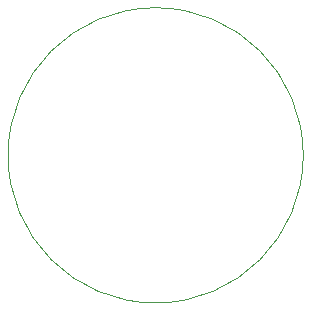
<source format=gbr>
G04 #@! TF.GenerationSoftware,KiCad,Pcbnew,(5.1.5-0)*
G04 #@! TF.CreationDate,2020-02-20T09:13:15+02:00*
G04 #@! TF.ProjectId,slice-harvester,736c6963-652d-4686-9172-766573746572,0.9*
G04 #@! TF.SameCoordinates,PX8f0d180PY5f5e100*
G04 #@! TF.FileFunction,Profile,NP*
%FSLAX46Y46*%
G04 Gerber Fmt 4.6, Leading zero omitted, Abs format (unit mm)*
G04 Created by KiCad (PCBNEW (5.1.5-0)) date 2020-02-20 09:13:15*
%MOMM*%
%LPD*%
G04 APERTURE LIST*
%ADD10C,0.100000*%
G04 APERTURE END LIST*
D10*
X12500000Y0D02*
G75*
G03X12500000Y0I-12500000J0D01*
G01*
M02*

</source>
